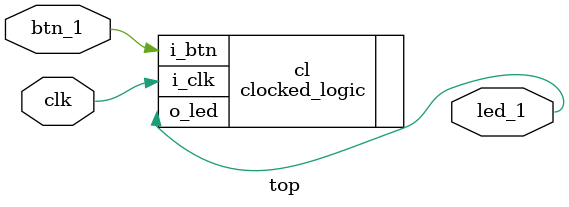
<source format=v>
`timescale 1ns / 1ps
module top(
    input clk,
    input btn_1,
    output led_1
    );

    clocked_logic cl(
        .i_clk(clk),
        .i_btn(btn_1),
        .o_led(led_1)
    );
endmodule

</source>
